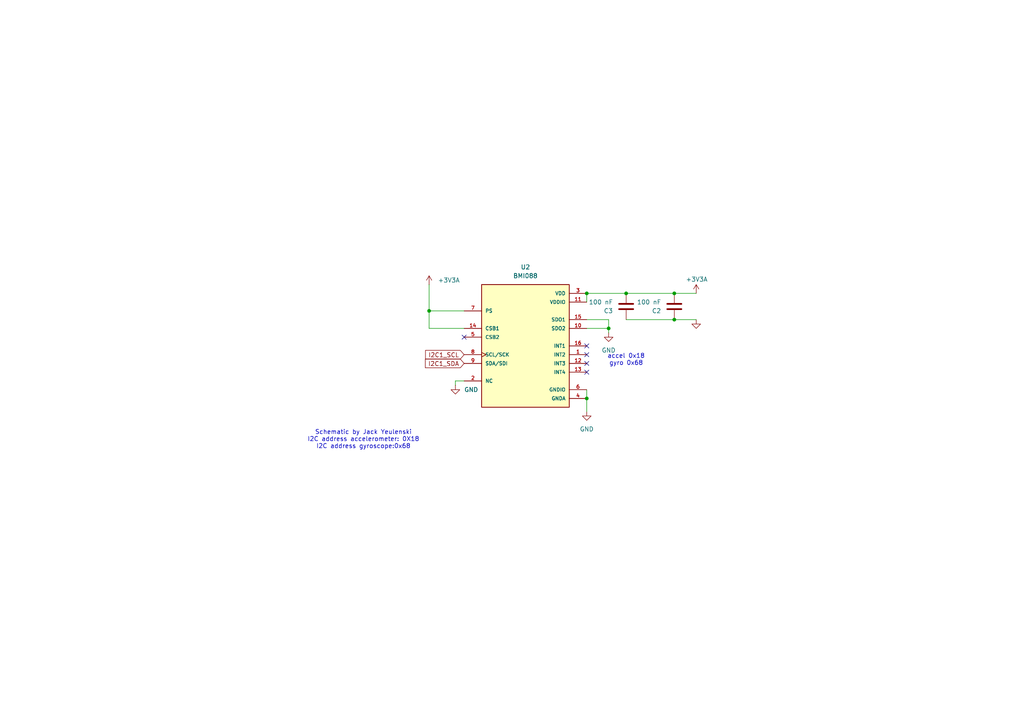
<source format=kicad_sch>
(kicad_sch (version 20250114) (generator "eeschema") (generator_version "9.0")
  (paper "A4")
  (lib_symbols
    (symbol "BMI088:BMI088" (pin_names (offset 1.016))
      (property "Reference" "U" (at -12.7 18.415 0))
      (property "Value" "BMI088" (at -12.7 -20.32 0))
      (symbol "BMI088_0_0"
        (rectangle (start -12.7 -17.78) (end 12.7 17.78) (stroke (width 0.254)) (fill (type background)))
        (pin input line (at -17.78 10.16 0) (length 5.08) (name "PS") (number "7"))
        (pin input line (at -17.78 5.08 0) (length 5.08) (name "CSB1") (number "14"))
        (pin input line (at -17.78 2.54 0) (length 5.08) (name "CSB2") (number "5"))
        (pin input clock (at -17.78 -2.54 0) (length 5.08) (name "SCL/SCK") (number "8"))
        (pin bidirectional line (at -17.78 -5.08 0) (length 5.08) (name "SDA/SDI") (number "9"))
        (pin passive line (at -17.78 -10.16 0) (length 5.08) (name "NC") (number "2"))
        (pin power_in line (at 17.78 15.24 180) (length 5.08) (name "VDD") (number "3"))
        (pin power_in line (at 17.78 12.7 180) (length 5.08) (name "VDDIO") (number "11"))
        (pin output line (at 17.78 7.62 180) (length 5.08) (name "SDO1") (number "15"))
        (pin output line (at 17.78 5.08 180) (length 5.08) (name "SDO2") (number "10"))
        (pin bidirectional line (at 17.78 0 180) (length 5.08) (name "INT1") (number "16"))
        (pin bidirectional line (at 17.78 -2.54 180) (length 5.08) (name "INT2") (number "1"))
        (pin bidirectional line (at 17.78 -5.08 180) (length 5.08) (name "INT3") (number "12"))
        (pin bidirectional line (at 17.78 -7.62 180) (length 5.08) (name "INT4") (number "13"))
        (pin power_in line (at 17.78 -12.7 180) (length 5.08) (name "GNDIO") (number "6"))
        (pin power_in line (at 17.78 -15.24 180) (length 5.08) (name "GNDA") (number "4"))
      )
    )
    (symbol "Device:C" (pin_numbers (hide yes)) (pin_names (offset 0.254))
      (property "Reference" "C" (at 0.635 2.54 0))
      (property "Value" "C" (at 0.635 -2.54 0))
      (symbol "C_0_1"
        (polyline (pts (xy -2.032 0.762) (xy 2.032 0.762)) (stroke (width 0.508)))
        (polyline (pts (xy -2.032 -0.762) (xy 2.032 -0.762)) (stroke (width 0.508)))
      )
      (symbol "C_1_1"
        (pin passive line (at 0 3.81 270) (length 2.794) (name "~") (number "1"))
        (pin passive line (at 0 -3.81 90) (length 2.794) (name "~") (number "2"))
      )
    )
    (symbol "power:GND" (power) (pin_numbers (hide yes)) (pin_names (offset 0) (hide yes))
      (property "Value" "GND" (at 0 -3.81 0))
      (symbol "GND_0_1"
        (polyline (pts (xy 0 0) (xy 0 -1.27) (xy 1.27 -1.27) (xy 0 -2.54) (xy -1.27 -1.27) (xy 0 -1.27)))
      )
      (symbol "GND_1_1"
        (pin power_in line (at 0 0 270) (length 0) (name "~") (number "1"))
      )
    )
    (symbol "power:VDD" (power) (pin_numbers (hide yes)) (pin_names (offset 0) (hide yes))
      (property "Value" "VDD" (at 0 3.556 0))
      (symbol "VDD_0_1"
        (polyline (pts (xy -0.762 1.27) (xy 0 2.54)))
        (polyline (pts (xy 0 2.54) (xy 0.762 1.27)))
        (polyline (pts (xy 0 0) (xy 0 2.54)))
      )
      (symbol "VDD_1_1"
        (pin power_in line (at 0 0 90) (length 0) (name "~") (number "1"))
      )
    )
  )
  (text "accel 0x18\ngyro 0x68" (at 181.61 104.394 0) (effects (font (size 1.27 1.27))))
  (text "Schematic by Jack Yeulenski\nI2C address accelerometer: 0X18\nI2C address gyroscope:0x68" (at 105.41 127.508 0) (effects (font (size 1.27 1.27))))
  (junction (at 170.18 85.09))
  (junction (at 195.58 85.09))
  (junction (at 181.61 85.09))
  (junction (at 124.46 90.17))
  (junction (at 195.58 92.71))
  (junction (at 170.18 115.57))
  (junction (at 176.53 95.25))
  (no_connect (at 170.18 107.95))
  (no_connect (at 170.18 102.87))
  (no_connect (at 170.18 100.33))
  (no_connect (at 170.18 105.41))
  (no_connect (at 134.62 97.79))
  (wire (pts (xy 170.18 95.25) (xy 176.53 95.25)))
  (wire (pts (xy 181.61 85.09) (xy 195.58 85.09)))
  (wire (pts (xy 170.18 115.57) (xy 170.18 119.38)))
  (wire (pts (xy 124.46 90.17) (xy 134.62 90.17)))
  (wire (pts (xy 124.46 82.55) (xy 124.46 90.17)))
  (wire (pts (xy 134.62 95.25) (xy 124.46 95.25)))
  (wire (pts (xy 170.18 85.09) (xy 181.61 85.09)))
  (wire (pts (xy 181.61 92.71) (xy 195.58 92.71)))
  (wire (pts (xy 170.18 113.03) (xy 170.18 115.57)))
  (wire (pts (xy 134.62 110.49) (xy 132.08 110.49)))
  (wire (pts (xy 170.18 85.09) (xy 170.18 87.63)))
  (wire (pts (xy 124.46 90.17) (xy 124.46 95.25)))
  (wire (pts (xy 176.53 92.71) (xy 176.53 95.25)))
  (wire (pts (xy 195.58 92.71) (xy 201.93 92.71)))
  (wire (pts (xy 195.58 85.09) (xy 201.93 85.09)))
  (wire (pts (xy 170.18 92.71) (xy 176.53 92.71)))
  (wire (pts (xy 176.53 95.25) (xy 176.53 96.52)))
  (wire (pts (xy 132.08 110.49) (xy 132.08 111.76)))
  (global_label "I2C1_SCL" (shape input) (at 134.62 102.87 180) (property "Intersheetrefs" "${INTERSHEET_REFS}" (effects (hide yes))))
  (global_label "I2C1_SDA" (shape input) (at 134.62 105.41 180) (property "Intersheetrefs" "${INTERSHEET_REFS}" (effects (hide yes))))
  (symbol (lib_id "power:VDD") (at 201.93 85.09 0) (unit 1)
    (property "Reference" "#PWR03" (effects (hide yes)))
    (property "Value" "+3V3A" (at 198.882 81.0259 0) (effects (justify left)))
    (property "Description" "Power symbol creates a global label with name \"VDD\"" (effects (hide yes)))
  )
  (symbol (lib_id "power:VDD") (at 124.46 82.55 0) (unit 1)
    (property "Reference" "#PWR05" (effects (hide yes)))
    (property "Value" "+3V3A" (at 127 81.2799 0) (effects (justify left)))
    (property "Description" "Power symbol creates a global label with name \"VDD\"" (effects (hide yes)))
  )
  (symbol (lib_id "power:GND") (at 170.18 119.38 0) (unit 1)
    (property "Reference" "#PWR084" (effects (hide yes)))
    (property "Value" "GND" (at 170.18 124.46 0))
    (property "Description" "Power symbol creates a global label with name \"GND\" , ground" (effects (hide yes)))
  )
  (symbol (lib_id "Device:C") (at 181.61 88.9 180) (unit 1)
    (property "Reference" "C3" (at 177.8 90.1701 0) (effects (justify left)))
    (property "Value" "100 nF" (at 177.8 87.6301 0) (effects (justify left)))
    (property "Footprint" "Capacitor_SMD:C_0603_1608Metric_Pad1.08x0.95mm_HandSolder" (effects (hide yes)))
    (property "Description" "Unpolarized capacitor" (effects (hide yes)))
  )
  (symbol (lib_id "power:GND") (at 132.08 111.76 0) (unit 1)
    (property "Reference" "#PWR095" (effects (hide yes)))
    (property "Value" "GND" (at 134.62 113.0299 0) (effects (justify left)))
    (property "Description" "Power symbol creates a global label with name \"GND\" , ground" (effects (hide yes)))
  )
  (symbol (lib_id "BMI088:BMI088") (at 152.4 100.33 0) (unit 1)
    (property "Reference" "U2" (at 152.4 77.47 0))
    (property "Value" "BMI088" (at 152.4 80.01 0))
    (property "Footprint" "Package_LGA:Bosch_LGA-16_4.5x3mm_P0.5mm_LayoutBorder7x1y_ClockwisePinNumbering" (effects (hide yes)))
    (property "MF" "Bosch Sensortec" (effects (hide yes)))
    (property "PURCHASE-URL" "https://pricing.snapeda.com/search/part/BMI088/?ref=eda" (effects (hide yes)))
    (property "PACKAGE" "VFLGA-16 Bosch Sensortec" (effects (hide yes)))
    (property "PRICE" "None" (effects (hide yes)))
    (property "MP" "BMI088" (effects (hide yes)))
    (property "AVAILABILITY" "In Stock" (effects (hide yes)))
    (property "DESCRIPTION" "Accelerometer, Gyroscope, 6 Axis Sensor I²C, SPI Output" (effects (hide yes)))
  )
  (symbol (lib_id "power:GND") (at 201.93 92.71 0) (unit 1)
    (property "Reference" "#PWR04" (effects (hide yes)))
    (property "Value" "GND" (effects (hide yes)))
    (property "Description" "Power symbol creates a global label with name \"GND\" , ground" (effects (hide yes)))
  )
  (symbol (lib_id "Device:C") (at 195.58 88.9 180) (unit 1)
    (property "Reference" "C2" (at 191.77 90.1701 0) (effects (justify left)))
    (property "Value" "100 nF" (at 191.77 87.6301 0) (effects (justify left)))
    (property "Footprint" "Capacitor_SMD:C_0603_1608Metric_Pad1.08x0.95mm_HandSolder" (effects (hide yes)))
    (property "Description" "Unpolarized capacitor" (effects (hide yes)))
  )
  (symbol (lib_id "power:GND") (at 176.53 96.52 0) (unit 1)
    (property "Reference" "#PWR094" (effects (hide yes)))
    (property "Value" "GND" (at 176.53 101.6 0))
    (property "Description" "Power symbol creates a global label with name \"GND\" , ground" (effects (hide yes)))
  )
)
</source>
